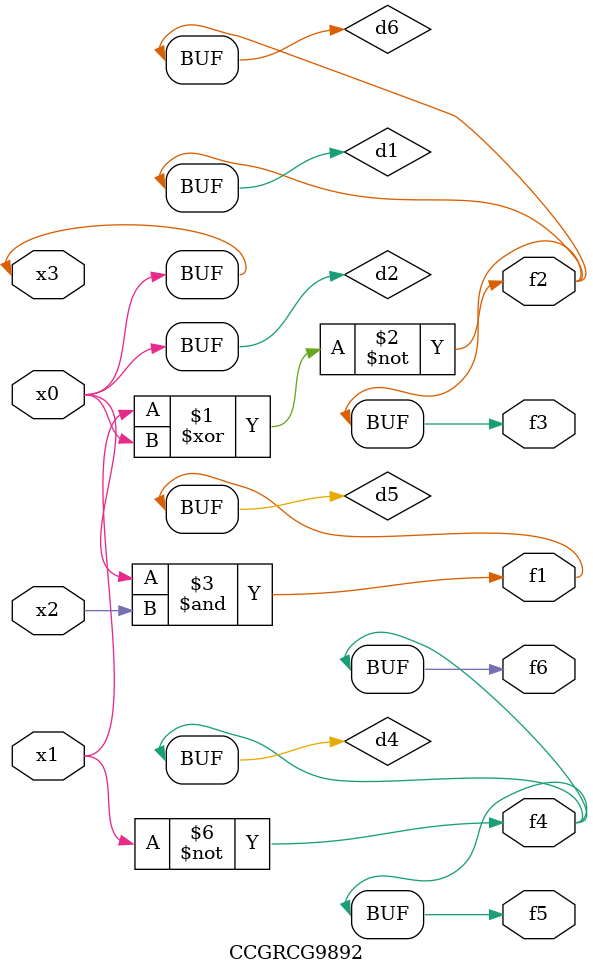
<source format=v>
module CCGRCG9892(
	input x0, x1, x2, x3,
	output f1, f2, f3, f4, f5, f6
);

	wire d1, d2, d3, d4, d5, d6;

	xnor (d1, x1, x3);
	buf (d2, x0, x3);
	nand (d3, x0, x2);
	not (d4, x1);
	nand (d5, d3);
	or (d6, d1);
	assign f1 = d5;
	assign f2 = d6;
	assign f3 = d6;
	assign f4 = d4;
	assign f5 = d4;
	assign f6 = d4;
endmodule

</source>
